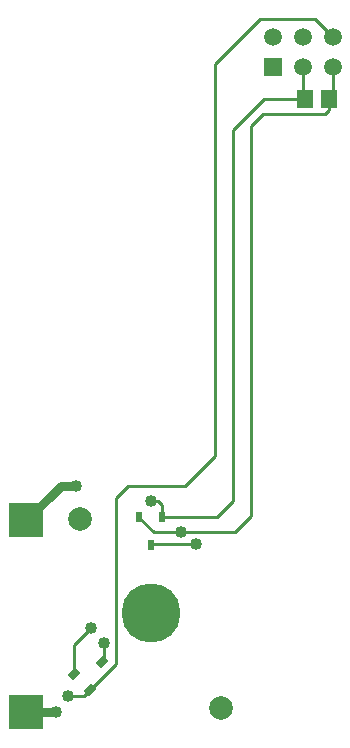
<source format=gtl>
G04 Layer_Physical_Order=1*
G04 Layer_Color=255*
%FSLAX25Y25*%
%MOIN*%
G70*
G01*
G75*
G04:AMPARAMS|DCode=10|XSize=23.62mil|YSize=37.4mil|CornerRadius=0mil|HoleSize=0mil|Usage=FLASHONLY|Rotation=135.000|XOffset=0mil|YOffset=0mil|HoleType=Round|Shape=Rectangle|*
%AMROTATEDRECTD10*
4,1,4,0.02158,0.00487,-0.00487,-0.02158,-0.02158,-0.00487,0.00487,0.02158,0.02158,0.00487,0.0*
%
%ADD10ROTATEDRECTD10*%

%ADD11R,0.02362X0.03740*%
%ADD12R,0.05512X0.05906*%
%ADD13R,0.11811X0.11811*%
%ADD14C,0.01000*%
%ADD15C,0.03000*%
%ADD16C,0.19685*%
%ADD17R,0.05906X0.05906*%
%ADD18C,0.05906*%
%ADD19C,0.07874*%
%ADD20C,0.07874*%
%ADD21C,0.04000*%
D10*
X-16216Y-16216D02*
D03*
X-20113Y-25403D02*
D03*
X-25403Y-20113D02*
D03*
D11*
X0Y22933D02*
D03*
X-3740Y32185D02*
D03*
X3740D02*
D03*
D12*
X59437Y171500D02*
D03*
X51563D02*
D03*
D13*
X-41500Y31000D02*
D03*
Y-33000D02*
D03*
D14*
X-25403Y-20113D02*
Y-10403D01*
X-20000Y-5000D01*
X-16216Y-16216D02*
X-15500Y-15500D01*
Y-10000D01*
X-11500Y38500D02*
X-7500Y42500D01*
X-11500Y-16789D02*
Y38500D01*
X-20113Y-25403D02*
X-11500Y-16789D01*
X0Y22933D02*
X67Y23000D01*
X15000D01*
X10000Y27000D02*
X28000D01*
X1000D02*
X10000D01*
X33500Y32500D02*
Y162500D01*
X28000Y27000D02*
X33500Y32500D01*
X-3740Y31740D02*
X1000Y27000D01*
X-3740Y31740D02*
Y32185D01*
X21500Y52500D02*
Y183000D01*
X-7500Y42500D02*
X11500D01*
X21500Y52500D01*
X27500Y37500D02*
Y161063D01*
X22185Y32185D02*
X27500Y37500D01*
X3740Y32185D02*
X22185D01*
X27500Y161063D02*
X37937Y171500D01*
X51563D01*
X54795Y198000D02*
Y198000D01*
Y198000D02*
X60709Y192087D01*
X59437Y167937D02*
Y171500D01*
X58000Y166500D02*
X59437Y167937D01*
X37500Y166500D02*
X58000D01*
X59437Y171500D02*
X60709Y172772D01*
Y182087D01*
X50709Y172354D02*
X51563Y171500D01*
X50709Y172354D02*
Y182087D01*
X21500Y183000D02*
X36500Y198000D01*
X54795D01*
X33500Y162500D02*
X37500Y166500D01*
X-27000Y-27500D02*
X-22211D01*
X-20113Y-25403D01*
X0Y37500D02*
X2500D01*
X3740Y36260D01*
Y32185D02*
Y36260D01*
D15*
X-41500Y-33000D02*
X-31500D01*
X-41500Y31000D02*
X-30000Y42500D01*
X-25000D01*
D16*
X0Y0D02*
D03*
D17*
X40709Y182087D02*
D03*
D18*
Y192087D02*
D03*
X50709Y182087D02*
D03*
Y192087D02*
D03*
X60709Y182087D02*
D03*
Y192087D02*
D03*
D19*
X23622Y-31496D02*
D03*
D20*
X-23622Y31496D02*
D03*
D21*
X-20000Y-5000D02*
D03*
X-15500Y-10000D02*
D03*
X15000Y23000D02*
D03*
X10000Y27000D02*
D03*
X-27500Y-27500D02*
D03*
X-31500Y-33000D02*
D03*
X0Y37500D02*
D03*
X-25000Y42500D02*
D03*
M02*

</source>
